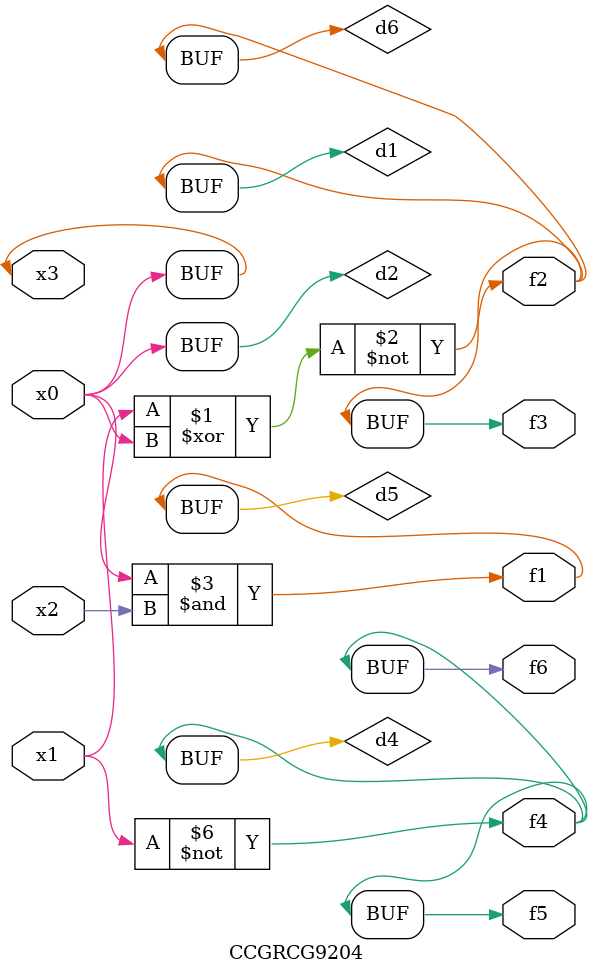
<source format=v>
module CCGRCG9204(
	input x0, x1, x2, x3,
	output f1, f2, f3, f4, f5, f6
);

	wire d1, d2, d3, d4, d5, d6;

	xnor (d1, x1, x3);
	buf (d2, x0, x3);
	nand (d3, x0, x2);
	not (d4, x1);
	nand (d5, d3);
	or (d6, d1);
	assign f1 = d5;
	assign f2 = d6;
	assign f3 = d6;
	assign f4 = d4;
	assign f5 = d4;
	assign f6 = d4;
endmodule

</source>
